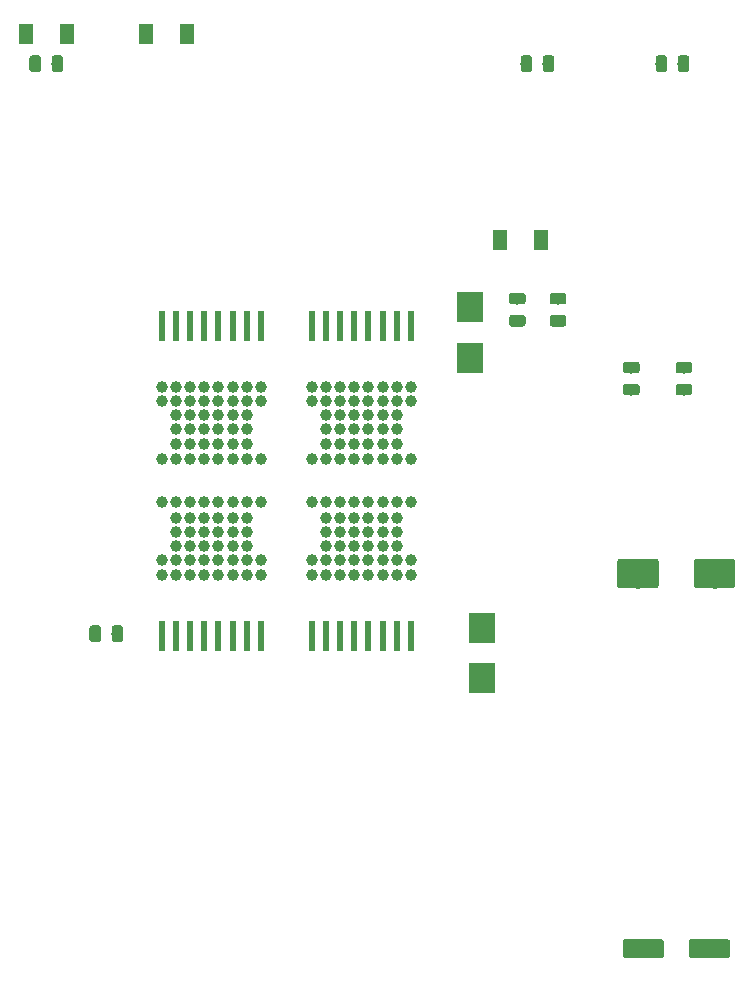
<source format=gbr>
G04 #@! TF.GenerationSoftware,KiCad,Pcbnew,(5.0.2)-1*
G04 #@! TF.CreationDate,2019-05-10T13:06:01+02:00*
G04 #@! TF.ProjectId,moc_main,6d6f635f-6d61-4696-9e2e-6b696361645f,rev?*
G04 #@! TF.SameCoordinates,Original*
G04 #@! TF.FileFunction,Paste,Bot*
G04 #@! TF.FilePolarity,Positive*
%FSLAX46Y46*%
G04 Gerber Fmt 4.6, Leading zero omitted, Abs format (unit mm)*
G04 Created by KiCad (PCBNEW (5.0.2)-1) date 10.05.2019 13:06:01*
%MOMM*%
%LPD*%
G01*
G04 APERTURE LIST*
%ADD10C,0.100000*%
%ADD11C,0.975000*%
%ADD12R,2.300000X2.500000*%
%ADD13C,1.600000*%
%ADD14C,2.500000*%
%ADD15R,1.300000X1.700000*%
%ADD16C,1.000000*%
%ADD17R,0.600000X2.600000*%
G04 APERTURE END LIST*
D10*
G04 #@! TO.C,R9*
G36*
X241409642Y-46845674D02*
X241433303Y-46849184D01*
X241456507Y-46854996D01*
X241479029Y-46863054D01*
X241500653Y-46873282D01*
X241521170Y-46885579D01*
X241540383Y-46899829D01*
X241558107Y-46915893D01*
X241574171Y-46933617D01*
X241588421Y-46952830D01*
X241600718Y-46973347D01*
X241610946Y-46994971D01*
X241619004Y-47017493D01*
X241624816Y-47040697D01*
X241628326Y-47064358D01*
X241629500Y-47088250D01*
X241629500Y-47575750D01*
X241628326Y-47599642D01*
X241624816Y-47623303D01*
X241619004Y-47646507D01*
X241610946Y-47669029D01*
X241600718Y-47690653D01*
X241588421Y-47711170D01*
X241574171Y-47730383D01*
X241558107Y-47748107D01*
X241540383Y-47764171D01*
X241521170Y-47778421D01*
X241500653Y-47790718D01*
X241479029Y-47800946D01*
X241456507Y-47809004D01*
X241433303Y-47814816D01*
X241409642Y-47818326D01*
X241385750Y-47819500D01*
X240473250Y-47819500D01*
X240449358Y-47818326D01*
X240425697Y-47814816D01*
X240402493Y-47809004D01*
X240379971Y-47800946D01*
X240358347Y-47790718D01*
X240337830Y-47778421D01*
X240318617Y-47764171D01*
X240300893Y-47748107D01*
X240284829Y-47730383D01*
X240270579Y-47711170D01*
X240258282Y-47690653D01*
X240248054Y-47669029D01*
X240239996Y-47646507D01*
X240234184Y-47623303D01*
X240230674Y-47599642D01*
X240229500Y-47575750D01*
X240229500Y-47088250D01*
X240230674Y-47064358D01*
X240234184Y-47040697D01*
X240239996Y-47017493D01*
X240248054Y-46994971D01*
X240258282Y-46973347D01*
X240270579Y-46952830D01*
X240284829Y-46933617D01*
X240300893Y-46915893D01*
X240318617Y-46899829D01*
X240337830Y-46885579D01*
X240358347Y-46873282D01*
X240379971Y-46863054D01*
X240402493Y-46854996D01*
X240425697Y-46849184D01*
X240449358Y-46845674D01*
X240473250Y-46844500D01*
X241385750Y-46844500D01*
X241409642Y-46845674D01*
X241409642Y-46845674D01*
G37*
D11*
X240929500Y-47332000D03*
D10*
G36*
X241409642Y-48720674D02*
X241433303Y-48724184D01*
X241456507Y-48729996D01*
X241479029Y-48738054D01*
X241500653Y-48748282D01*
X241521170Y-48760579D01*
X241540383Y-48774829D01*
X241558107Y-48790893D01*
X241574171Y-48808617D01*
X241588421Y-48827830D01*
X241600718Y-48848347D01*
X241610946Y-48869971D01*
X241619004Y-48892493D01*
X241624816Y-48915697D01*
X241628326Y-48939358D01*
X241629500Y-48963250D01*
X241629500Y-49450750D01*
X241628326Y-49474642D01*
X241624816Y-49498303D01*
X241619004Y-49521507D01*
X241610946Y-49544029D01*
X241600718Y-49565653D01*
X241588421Y-49586170D01*
X241574171Y-49605383D01*
X241558107Y-49623107D01*
X241540383Y-49639171D01*
X241521170Y-49653421D01*
X241500653Y-49665718D01*
X241479029Y-49675946D01*
X241456507Y-49684004D01*
X241433303Y-49689816D01*
X241409642Y-49693326D01*
X241385750Y-49694500D01*
X240473250Y-49694500D01*
X240449358Y-49693326D01*
X240425697Y-49689816D01*
X240402493Y-49684004D01*
X240379971Y-49675946D01*
X240358347Y-49665718D01*
X240337830Y-49653421D01*
X240318617Y-49639171D01*
X240300893Y-49623107D01*
X240284829Y-49605383D01*
X240270579Y-49586170D01*
X240258282Y-49565653D01*
X240248054Y-49544029D01*
X240239996Y-49521507D01*
X240234184Y-49498303D01*
X240230674Y-49474642D01*
X240229500Y-49450750D01*
X240229500Y-48963250D01*
X240230674Y-48939358D01*
X240234184Y-48915697D01*
X240239996Y-48892493D01*
X240248054Y-48869971D01*
X240258282Y-48848347D01*
X240270579Y-48827830D01*
X240284829Y-48808617D01*
X240300893Y-48790893D01*
X240318617Y-48774829D01*
X240337830Y-48760579D01*
X240358347Y-48748282D01*
X240379971Y-48738054D01*
X240402493Y-48729996D01*
X240425697Y-48724184D01*
X240449358Y-48720674D01*
X240473250Y-48719500D01*
X241385750Y-48719500D01*
X241409642Y-48720674D01*
X241409642Y-48720674D01*
G37*
D11*
X240929500Y-49207000D03*
G04 #@! TD*
D12*
G04 #@! TO.C,D17*
X233492000Y-48032000D03*
X233492000Y-52332000D03*
G04 #@! TD*
D10*
G04 #@! TO.C,C23*
G36*
X249676504Y-101563204D02*
X249700773Y-101566804D01*
X249724571Y-101572765D01*
X249747671Y-101581030D01*
X249769849Y-101591520D01*
X249790893Y-101604133D01*
X249810598Y-101618747D01*
X249828777Y-101635223D01*
X249845253Y-101653402D01*
X249859867Y-101673107D01*
X249872480Y-101694151D01*
X249882970Y-101716329D01*
X249891235Y-101739429D01*
X249897196Y-101763227D01*
X249900796Y-101787496D01*
X249902000Y-101812000D01*
X249902000Y-102912000D01*
X249900796Y-102936504D01*
X249897196Y-102960773D01*
X249891235Y-102984571D01*
X249882970Y-103007671D01*
X249872480Y-103029849D01*
X249859867Y-103050893D01*
X249845253Y-103070598D01*
X249828777Y-103088777D01*
X249810598Y-103105253D01*
X249790893Y-103119867D01*
X249769849Y-103132480D01*
X249747671Y-103142970D01*
X249724571Y-103151235D01*
X249700773Y-103157196D01*
X249676504Y-103160796D01*
X249652000Y-103162000D01*
X246652000Y-103162000D01*
X246627496Y-103160796D01*
X246603227Y-103157196D01*
X246579429Y-103151235D01*
X246556329Y-103142970D01*
X246534151Y-103132480D01*
X246513107Y-103119867D01*
X246493402Y-103105253D01*
X246475223Y-103088777D01*
X246458747Y-103070598D01*
X246444133Y-103050893D01*
X246431520Y-103029849D01*
X246421030Y-103007671D01*
X246412765Y-102984571D01*
X246406804Y-102960773D01*
X246403204Y-102936504D01*
X246402000Y-102912000D01*
X246402000Y-101812000D01*
X246403204Y-101787496D01*
X246406804Y-101763227D01*
X246412765Y-101739429D01*
X246421030Y-101716329D01*
X246431520Y-101694151D01*
X246444133Y-101673107D01*
X246458747Y-101653402D01*
X246475223Y-101635223D01*
X246493402Y-101618747D01*
X246513107Y-101604133D01*
X246534151Y-101591520D01*
X246556329Y-101581030D01*
X246579429Y-101572765D01*
X246603227Y-101566804D01*
X246627496Y-101563204D01*
X246652000Y-101562000D01*
X249652000Y-101562000D01*
X249676504Y-101563204D01*
X249676504Y-101563204D01*
G37*
D13*
X248152000Y-102362000D03*
D10*
G36*
X255276504Y-101563204D02*
X255300773Y-101566804D01*
X255324571Y-101572765D01*
X255347671Y-101581030D01*
X255369849Y-101591520D01*
X255390893Y-101604133D01*
X255410598Y-101618747D01*
X255428777Y-101635223D01*
X255445253Y-101653402D01*
X255459867Y-101673107D01*
X255472480Y-101694151D01*
X255482970Y-101716329D01*
X255491235Y-101739429D01*
X255497196Y-101763227D01*
X255500796Y-101787496D01*
X255502000Y-101812000D01*
X255502000Y-102912000D01*
X255500796Y-102936504D01*
X255497196Y-102960773D01*
X255491235Y-102984571D01*
X255482970Y-103007671D01*
X255472480Y-103029849D01*
X255459867Y-103050893D01*
X255445253Y-103070598D01*
X255428777Y-103088777D01*
X255410598Y-103105253D01*
X255390893Y-103119867D01*
X255369849Y-103132480D01*
X255347671Y-103142970D01*
X255324571Y-103151235D01*
X255300773Y-103157196D01*
X255276504Y-103160796D01*
X255252000Y-103162000D01*
X252252000Y-103162000D01*
X252227496Y-103160796D01*
X252203227Y-103157196D01*
X252179429Y-103151235D01*
X252156329Y-103142970D01*
X252134151Y-103132480D01*
X252113107Y-103119867D01*
X252093402Y-103105253D01*
X252075223Y-103088777D01*
X252058747Y-103070598D01*
X252044133Y-103050893D01*
X252031520Y-103029849D01*
X252021030Y-103007671D01*
X252012765Y-102984571D01*
X252006804Y-102960773D01*
X252003204Y-102936504D01*
X252002000Y-102912000D01*
X252002000Y-101812000D01*
X252003204Y-101787496D01*
X252006804Y-101763227D01*
X252012765Y-101739429D01*
X252021030Y-101716329D01*
X252031520Y-101694151D01*
X252044133Y-101673107D01*
X252058747Y-101653402D01*
X252075223Y-101635223D01*
X252093402Y-101618747D01*
X252113107Y-101604133D01*
X252134151Y-101591520D01*
X252156329Y-101581030D01*
X252179429Y-101572765D01*
X252203227Y-101566804D01*
X252227496Y-101563204D01*
X252252000Y-101562000D01*
X255252000Y-101562000D01*
X255276504Y-101563204D01*
X255276504Y-101563204D01*
G37*
D13*
X253752000Y-102362000D03*
G04 #@! TD*
D10*
G04 #@! TO.C,C24*
G36*
X247622142Y-54553174D02*
X247645803Y-54556684D01*
X247669007Y-54562496D01*
X247691529Y-54570554D01*
X247713153Y-54580782D01*
X247733670Y-54593079D01*
X247752883Y-54607329D01*
X247770607Y-54623393D01*
X247786671Y-54641117D01*
X247800921Y-54660330D01*
X247813218Y-54680847D01*
X247823446Y-54702471D01*
X247831504Y-54724993D01*
X247837316Y-54748197D01*
X247840826Y-54771858D01*
X247842000Y-54795750D01*
X247842000Y-55283250D01*
X247840826Y-55307142D01*
X247837316Y-55330803D01*
X247831504Y-55354007D01*
X247823446Y-55376529D01*
X247813218Y-55398153D01*
X247800921Y-55418670D01*
X247786671Y-55437883D01*
X247770607Y-55455607D01*
X247752883Y-55471671D01*
X247733670Y-55485921D01*
X247713153Y-55498218D01*
X247691529Y-55508446D01*
X247669007Y-55516504D01*
X247645803Y-55522316D01*
X247622142Y-55525826D01*
X247598250Y-55527000D01*
X246685750Y-55527000D01*
X246661858Y-55525826D01*
X246638197Y-55522316D01*
X246614993Y-55516504D01*
X246592471Y-55508446D01*
X246570847Y-55498218D01*
X246550330Y-55485921D01*
X246531117Y-55471671D01*
X246513393Y-55455607D01*
X246497329Y-55437883D01*
X246483079Y-55418670D01*
X246470782Y-55398153D01*
X246460554Y-55376529D01*
X246452496Y-55354007D01*
X246446684Y-55330803D01*
X246443174Y-55307142D01*
X246442000Y-55283250D01*
X246442000Y-54795750D01*
X246443174Y-54771858D01*
X246446684Y-54748197D01*
X246452496Y-54724993D01*
X246460554Y-54702471D01*
X246470782Y-54680847D01*
X246483079Y-54660330D01*
X246497329Y-54641117D01*
X246513393Y-54623393D01*
X246531117Y-54607329D01*
X246550330Y-54593079D01*
X246570847Y-54580782D01*
X246592471Y-54570554D01*
X246614993Y-54562496D01*
X246638197Y-54556684D01*
X246661858Y-54553174D01*
X246685750Y-54552000D01*
X247598250Y-54552000D01*
X247622142Y-54553174D01*
X247622142Y-54553174D01*
G37*
D11*
X247142000Y-55039500D03*
D10*
G36*
X247622142Y-52678174D02*
X247645803Y-52681684D01*
X247669007Y-52687496D01*
X247691529Y-52695554D01*
X247713153Y-52705782D01*
X247733670Y-52718079D01*
X247752883Y-52732329D01*
X247770607Y-52748393D01*
X247786671Y-52766117D01*
X247800921Y-52785330D01*
X247813218Y-52805847D01*
X247823446Y-52827471D01*
X247831504Y-52849993D01*
X247837316Y-52873197D01*
X247840826Y-52896858D01*
X247842000Y-52920750D01*
X247842000Y-53408250D01*
X247840826Y-53432142D01*
X247837316Y-53455803D01*
X247831504Y-53479007D01*
X247823446Y-53501529D01*
X247813218Y-53523153D01*
X247800921Y-53543670D01*
X247786671Y-53562883D01*
X247770607Y-53580607D01*
X247752883Y-53596671D01*
X247733670Y-53610921D01*
X247713153Y-53623218D01*
X247691529Y-53633446D01*
X247669007Y-53641504D01*
X247645803Y-53647316D01*
X247622142Y-53650826D01*
X247598250Y-53652000D01*
X246685750Y-53652000D01*
X246661858Y-53650826D01*
X246638197Y-53647316D01*
X246614993Y-53641504D01*
X246592471Y-53633446D01*
X246570847Y-53623218D01*
X246550330Y-53610921D01*
X246531117Y-53596671D01*
X246513393Y-53580607D01*
X246497329Y-53562883D01*
X246483079Y-53543670D01*
X246470782Y-53523153D01*
X246460554Y-53501529D01*
X246452496Y-53479007D01*
X246446684Y-53455803D01*
X246443174Y-53432142D01*
X246442000Y-53408250D01*
X246442000Y-52920750D01*
X246443174Y-52896858D01*
X246446684Y-52873197D01*
X246452496Y-52849993D01*
X246460554Y-52827471D01*
X246470782Y-52805847D01*
X246483079Y-52785330D01*
X246497329Y-52766117D01*
X246513393Y-52748393D01*
X246531117Y-52732329D01*
X246550330Y-52718079D01*
X246570847Y-52705782D01*
X246592471Y-52695554D01*
X246614993Y-52687496D01*
X246638197Y-52681684D01*
X246661858Y-52678174D01*
X246685750Y-52677000D01*
X247598250Y-52677000D01*
X247622142Y-52678174D01*
X247622142Y-52678174D01*
G37*
D11*
X247142000Y-53164500D03*
G04 #@! TD*
D10*
G04 #@! TO.C,C25*
G36*
X252067142Y-52678174D02*
X252090803Y-52681684D01*
X252114007Y-52687496D01*
X252136529Y-52695554D01*
X252158153Y-52705782D01*
X252178670Y-52718079D01*
X252197883Y-52732329D01*
X252215607Y-52748393D01*
X252231671Y-52766117D01*
X252245921Y-52785330D01*
X252258218Y-52805847D01*
X252268446Y-52827471D01*
X252276504Y-52849993D01*
X252282316Y-52873197D01*
X252285826Y-52896858D01*
X252287000Y-52920750D01*
X252287000Y-53408250D01*
X252285826Y-53432142D01*
X252282316Y-53455803D01*
X252276504Y-53479007D01*
X252268446Y-53501529D01*
X252258218Y-53523153D01*
X252245921Y-53543670D01*
X252231671Y-53562883D01*
X252215607Y-53580607D01*
X252197883Y-53596671D01*
X252178670Y-53610921D01*
X252158153Y-53623218D01*
X252136529Y-53633446D01*
X252114007Y-53641504D01*
X252090803Y-53647316D01*
X252067142Y-53650826D01*
X252043250Y-53652000D01*
X251130750Y-53652000D01*
X251106858Y-53650826D01*
X251083197Y-53647316D01*
X251059993Y-53641504D01*
X251037471Y-53633446D01*
X251015847Y-53623218D01*
X250995330Y-53610921D01*
X250976117Y-53596671D01*
X250958393Y-53580607D01*
X250942329Y-53562883D01*
X250928079Y-53543670D01*
X250915782Y-53523153D01*
X250905554Y-53501529D01*
X250897496Y-53479007D01*
X250891684Y-53455803D01*
X250888174Y-53432142D01*
X250887000Y-53408250D01*
X250887000Y-52920750D01*
X250888174Y-52896858D01*
X250891684Y-52873197D01*
X250897496Y-52849993D01*
X250905554Y-52827471D01*
X250915782Y-52805847D01*
X250928079Y-52785330D01*
X250942329Y-52766117D01*
X250958393Y-52748393D01*
X250976117Y-52732329D01*
X250995330Y-52718079D01*
X251015847Y-52705782D01*
X251037471Y-52695554D01*
X251059993Y-52687496D01*
X251083197Y-52681684D01*
X251106858Y-52678174D01*
X251130750Y-52677000D01*
X252043250Y-52677000D01*
X252067142Y-52678174D01*
X252067142Y-52678174D01*
G37*
D11*
X251587000Y-53164500D03*
D10*
G36*
X252067142Y-54553174D02*
X252090803Y-54556684D01*
X252114007Y-54562496D01*
X252136529Y-54570554D01*
X252158153Y-54580782D01*
X252178670Y-54593079D01*
X252197883Y-54607329D01*
X252215607Y-54623393D01*
X252231671Y-54641117D01*
X252245921Y-54660330D01*
X252258218Y-54680847D01*
X252268446Y-54702471D01*
X252276504Y-54724993D01*
X252282316Y-54748197D01*
X252285826Y-54771858D01*
X252287000Y-54795750D01*
X252287000Y-55283250D01*
X252285826Y-55307142D01*
X252282316Y-55330803D01*
X252276504Y-55354007D01*
X252268446Y-55376529D01*
X252258218Y-55398153D01*
X252245921Y-55418670D01*
X252231671Y-55437883D01*
X252215607Y-55455607D01*
X252197883Y-55471671D01*
X252178670Y-55485921D01*
X252158153Y-55498218D01*
X252136529Y-55508446D01*
X252114007Y-55516504D01*
X252090803Y-55522316D01*
X252067142Y-55525826D01*
X252043250Y-55527000D01*
X251130750Y-55527000D01*
X251106858Y-55525826D01*
X251083197Y-55522316D01*
X251059993Y-55516504D01*
X251037471Y-55508446D01*
X251015847Y-55498218D01*
X250995330Y-55485921D01*
X250976117Y-55471671D01*
X250958393Y-55455607D01*
X250942329Y-55437883D01*
X250928079Y-55418670D01*
X250915782Y-55398153D01*
X250905554Y-55376529D01*
X250897496Y-55354007D01*
X250891684Y-55330803D01*
X250888174Y-55307142D01*
X250887000Y-55283250D01*
X250887000Y-54795750D01*
X250888174Y-54771858D01*
X250891684Y-54748197D01*
X250897496Y-54724993D01*
X250905554Y-54702471D01*
X250915782Y-54680847D01*
X250928079Y-54660330D01*
X250942329Y-54641117D01*
X250958393Y-54623393D01*
X250976117Y-54607329D01*
X250995330Y-54593079D01*
X251015847Y-54580782D01*
X251037471Y-54570554D01*
X251059993Y-54562496D01*
X251083197Y-54556684D01*
X251106858Y-54553174D01*
X251130750Y-54552000D01*
X252043250Y-54552000D01*
X252067142Y-54553174D01*
X252067142Y-54553174D01*
G37*
D11*
X251587000Y-55039500D03*
G04 #@! TD*
D10*
G04 #@! TO.C,C26*
G36*
X255726504Y-69363204D02*
X255750773Y-69366804D01*
X255774571Y-69372765D01*
X255797671Y-69381030D01*
X255819849Y-69391520D01*
X255840893Y-69404133D01*
X255860598Y-69418747D01*
X255878777Y-69435223D01*
X255895253Y-69453402D01*
X255909867Y-69473107D01*
X255922480Y-69494151D01*
X255932970Y-69516329D01*
X255941235Y-69539429D01*
X255947196Y-69563227D01*
X255950796Y-69587496D01*
X255952000Y-69612000D01*
X255952000Y-71612000D01*
X255950796Y-71636504D01*
X255947196Y-71660773D01*
X255941235Y-71684571D01*
X255932970Y-71707671D01*
X255922480Y-71729849D01*
X255909867Y-71750893D01*
X255895253Y-71770598D01*
X255878777Y-71788777D01*
X255860598Y-71805253D01*
X255840893Y-71819867D01*
X255819849Y-71832480D01*
X255797671Y-71842970D01*
X255774571Y-71851235D01*
X255750773Y-71857196D01*
X255726504Y-71860796D01*
X255702000Y-71862000D01*
X252702000Y-71862000D01*
X252677496Y-71860796D01*
X252653227Y-71857196D01*
X252629429Y-71851235D01*
X252606329Y-71842970D01*
X252584151Y-71832480D01*
X252563107Y-71819867D01*
X252543402Y-71805253D01*
X252525223Y-71788777D01*
X252508747Y-71770598D01*
X252494133Y-71750893D01*
X252481520Y-71729849D01*
X252471030Y-71707671D01*
X252462765Y-71684571D01*
X252456804Y-71660773D01*
X252453204Y-71636504D01*
X252452000Y-71612000D01*
X252452000Y-69612000D01*
X252453204Y-69587496D01*
X252456804Y-69563227D01*
X252462765Y-69539429D01*
X252471030Y-69516329D01*
X252481520Y-69494151D01*
X252494133Y-69473107D01*
X252508747Y-69453402D01*
X252525223Y-69435223D01*
X252543402Y-69418747D01*
X252563107Y-69404133D01*
X252584151Y-69391520D01*
X252606329Y-69381030D01*
X252629429Y-69372765D01*
X252653227Y-69366804D01*
X252677496Y-69363204D01*
X252702000Y-69362000D01*
X255702000Y-69362000D01*
X255726504Y-69363204D01*
X255726504Y-69363204D01*
G37*
D14*
X254202000Y-70612000D03*
D10*
G36*
X249226504Y-69363204D02*
X249250773Y-69366804D01*
X249274571Y-69372765D01*
X249297671Y-69381030D01*
X249319849Y-69391520D01*
X249340893Y-69404133D01*
X249360598Y-69418747D01*
X249378777Y-69435223D01*
X249395253Y-69453402D01*
X249409867Y-69473107D01*
X249422480Y-69494151D01*
X249432970Y-69516329D01*
X249441235Y-69539429D01*
X249447196Y-69563227D01*
X249450796Y-69587496D01*
X249452000Y-69612000D01*
X249452000Y-71612000D01*
X249450796Y-71636504D01*
X249447196Y-71660773D01*
X249441235Y-71684571D01*
X249432970Y-71707671D01*
X249422480Y-71729849D01*
X249409867Y-71750893D01*
X249395253Y-71770598D01*
X249378777Y-71788777D01*
X249360598Y-71805253D01*
X249340893Y-71819867D01*
X249319849Y-71832480D01*
X249297671Y-71842970D01*
X249274571Y-71851235D01*
X249250773Y-71857196D01*
X249226504Y-71860796D01*
X249202000Y-71862000D01*
X246202000Y-71862000D01*
X246177496Y-71860796D01*
X246153227Y-71857196D01*
X246129429Y-71851235D01*
X246106329Y-71842970D01*
X246084151Y-71832480D01*
X246063107Y-71819867D01*
X246043402Y-71805253D01*
X246025223Y-71788777D01*
X246008747Y-71770598D01*
X245994133Y-71750893D01*
X245981520Y-71729849D01*
X245971030Y-71707671D01*
X245962765Y-71684571D01*
X245956804Y-71660773D01*
X245953204Y-71636504D01*
X245952000Y-71612000D01*
X245952000Y-69612000D01*
X245953204Y-69587496D01*
X245956804Y-69563227D01*
X245962765Y-69539429D01*
X245971030Y-69516329D01*
X245981520Y-69494151D01*
X245994133Y-69473107D01*
X246008747Y-69453402D01*
X246025223Y-69435223D01*
X246043402Y-69418747D01*
X246063107Y-69404133D01*
X246084151Y-69391520D01*
X246106329Y-69381030D01*
X246129429Y-69372765D01*
X246153227Y-69366804D01*
X246177496Y-69363204D01*
X246202000Y-69362000D01*
X249202000Y-69362000D01*
X249226504Y-69363204D01*
X249226504Y-69363204D01*
G37*
D14*
X247702000Y-70612000D03*
G04 #@! TD*
D15*
G04 #@! TO.C,D9*
X239492000Y-42332000D03*
X235992000Y-42332000D03*
G04 #@! TD*
G04 #@! TO.C,D12*
X195862000Y-24892000D03*
X199362000Y-24892000D03*
G04 #@! TD*
G04 #@! TO.C,D13*
X206022000Y-24892000D03*
X209522000Y-24892000D03*
G04 #@! TD*
D16*
G04 #@! TO.C,Q6*
X228482000Y-60902000D03*
X227282000Y-60902000D03*
X226082000Y-60902000D03*
X224882000Y-60902000D03*
X223682000Y-60902000D03*
X222482000Y-60902000D03*
X221282000Y-60902000D03*
X220082000Y-60902000D03*
X227282000Y-59602000D03*
X226082000Y-59602000D03*
X224882000Y-59602000D03*
X223682000Y-59602000D03*
X222482000Y-59602000D03*
X221282000Y-59602000D03*
X221282000Y-58402000D03*
X222482000Y-58402000D03*
X223682000Y-58402000D03*
X226082000Y-58402000D03*
X224882000Y-58402000D03*
X227282000Y-58402000D03*
X227282000Y-57202000D03*
X226082000Y-57202000D03*
X224882000Y-57202000D03*
X223682000Y-57202000D03*
X222482000Y-57202000D03*
X221282000Y-57202000D03*
X220082000Y-56002000D03*
X221282000Y-56002000D03*
X222482000Y-56002000D03*
X223682000Y-56002000D03*
X226082000Y-56002000D03*
X224882000Y-56002000D03*
X227282000Y-56002000D03*
X228482000Y-56002000D03*
X228482000Y-54802000D03*
X227282000Y-54802000D03*
X226082000Y-54802000D03*
X224882000Y-54802000D03*
X223682000Y-54802000D03*
X222482000Y-54802000D03*
X221282000Y-54802000D03*
X220082000Y-54802000D03*
D17*
X220082000Y-49632000D03*
X221282000Y-49632000D03*
X222482000Y-49632000D03*
X228482000Y-49632000D03*
X227282000Y-49632000D03*
X226082000Y-49632000D03*
X224882000Y-49632000D03*
X223682000Y-49632000D03*
G04 #@! TD*
G04 #@! TO.C,Q7*
X212182000Y-75862000D03*
X210982000Y-75862000D03*
X209782000Y-75862000D03*
X208582000Y-75862000D03*
X207382000Y-75862000D03*
X213382000Y-75862000D03*
X214582000Y-75862000D03*
X215782000Y-75862000D03*
D16*
X215782000Y-70692000D03*
X214582000Y-70692000D03*
X213382000Y-70692000D03*
X212182000Y-70692000D03*
X210982000Y-70692000D03*
X209782000Y-70692000D03*
X208582000Y-70692000D03*
X207382000Y-70692000D03*
X207382000Y-69492000D03*
X208582000Y-69492000D03*
X210982000Y-69492000D03*
X209782000Y-69492000D03*
X212182000Y-69492000D03*
X213382000Y-69492000D03*
X214582000Y-69492000D03*
X215782000Y-69492000D03*
X214582000Y-68292000D03*
X213382000Y-68292000D03*
X212182000Y-68292000D03*
X210982000Y-68292000D03*
X209782000Y-68292000D03*
X208582000Y-68292000D03*
X208582000Y-67092000D03*
X210982000Y-67092000D03*
X209782000Y-67092000D03*
X212182000Y-67092000D03*
X213382000Y-67092000D03*
X214582000Y-67092000D03*
X214582000Y-65892000D03*
X213382000Y-65892000D03*
X212182000Y-65892000D03*
X210982000Y-65892000D03*
X209782000Y-65892000D03*
X208582000Y-65892000D03*
X215782000Y-64592000D03*
X214582000Y-64592000D03*
X213382000Y-64592000D03*
X212182000Y-64592000D03*
X210982000Y-64592000D03*
X209782000Y-64592000D03*
X208582000Y-64592000D03*
X207382000Y-64592000D03*
G04 #@! TD*
D17*
G04 #@! TO.C,Q8*
X210982000Y-49632000D03*
X212182000Y-49632000D03*
X213382000Y-49632000D03*
X214582000Y-49632000D03*
X215782000Y-49632000D03*
X209782000Y-49632000D03*
X208582000Y-49632000D03*
X207382000Y-49632000D03*
D16*
X207382000Y-54802000D03*
X208582000Y-54802000D03*
X209782000Y-54802000D03*
X210982000Y-54802000D03*
X212182000Y-54802000D03*
X213382000Y-54802000D03*
X214582000Y-54802000D03*
X215782000Y-54802000D03*
X215782000Y-56002000D03*
X214582000Y-56002000D03*
X212182000Y-56002000D03*
X213382000Y-56002000D03*
X210982000Y-56002000D03*
X209782000Y-56002000D03*
X208582000Y-56002000D03*
X207382000Y-56002000D03*
X208582000Y-57202000D03*
X209782000Y-57202000D03*
X210982000Y-57202000D03*
X212182000Y-57202000D03*
X213382000Y-57202000D03*
X214582000Y-57202000D03*
X214582000Y-58402000D03*
X212182000Y-58402000D03*
X213382000Y-58402000D03*
X210982000Y-58402000D03*
X209782000Y-58402000D03*
X208582000Y-58402000D03*
X208582000Y-59602000D03*
X209782000Y-59602000D03*
X210982000Y-59602000D03*
X212182000Y-59602000D03*
X213382000Y-59602000D03*
X214582000Y-59602000D03*
X207382000Y-60902000D03*
X208582000Y-60902000D03*
X209782000Y-60902000D03*
X210982000Y-60902000D03*
X212182000Y-60902000D03*
X213382000Y-60902000D03*
X214582000Y-60902000D03*
X215782000Y-60902000D03*
G04 #@! TD*
D17*
G04 #@! TO.C,Q9*
X224882000Y-75862000D03*
X223682000Y-75862000D03*
X222482000Y-75862000D03*
X221282000Y-75862000D03*
X220082000Y-75862000D03*
X226082000Y-75862000D03*
X227282000Y-75862000D03*
X228482000Y-75862000D03*
D16*
X228482000Y-70692000D03*
X227282000Y-70692000D03*
X226082000Y-70692000D03*
X224882000Y-70692000D03*
X223682000Y-70692000D03*
X222482000Y-70692000D03*
X221282000Y-70692000D03*
X220082000Y-70692000D03*
X220082000Y-69492000D03*
X221282000Y-69492000D03*
X223682000Y-69492000D03*
X222482000Y-69492000D03*
X224882000Y-69492000D03*
X226082000Y-69492000D03*
X227282000Y-69492000D03*
X228482000Y-69492000D03*
X227282000Y-68292000D03*
X226082000Y-68292000D03*
X224882000Y-68292000D03*
X223682000Y-68292000D03*
X222482000Y-68292000D03*
X221282000Y-68292000D03*
X221282000Y-67092000D03*
X223682000Y-67092000D03*
X222482000Y-67092000D03*
X224882000Y-67092000D03*
X226082000Y-67092000D03*
X227282000Y-67092000D03*
X227282000Y-65892000D03*
X226082000Y-65892000D03*
X224882000Y-65892000D03*
X223682000Y-65892000D03*
X222482000Y-65892000D03*
X221282000Y-65892000D03*
X228482000Y-64592000D03*
X227282000Y-64592000D03*
X226082000Y-64592000D03*
X224882000Y-64592000D03*
X223682000Y-64592000D03*
X222482000Y-64592000D03*
X221282000Y-64592000D03*
X220082000Y-64592000D03*
G04 #@! TD*
D10*
G04 #@! TO.C,R8*
G36*
X198817142Y-26733174D02*
X198840803Y-26736684D01*
X198864007Y-26742496D01*
X198886529Y-26750554D01*
X198908153Y-26760782D01*
X198928670Y-26773079D01*
X198947883Y-26787329D01*
X198965607Y-26803393D01*
X198981671Y-26821117D01*
X198995921Y-26840330D01*
X199008218Y-26860847D01*
X199018446Y-26882471D01*
X199026504Y-26904993D01*
X199032316Y-26928197D01*
X199035826Y-26951858D01*
X199037000Y-26975750D01*
X199037000Y-27888250D01*
X199035826Y-27912142D01*
X199032316Y-27935803D01*
X199026504Y-27959007D01*
X199018446Y-27981529D01*
X199008218Y-28003153D01*
X198995921Y-28023670D01*
X198981671Y-28042883D01*
X198965607Y-28060607D01*
X198947883Y-28076671D01*
X198928670Y-28090921D01*
X198908153Y-28103218D01*
X198886529Y-28113446D01*
X198864007Y-28121504D01*
X198840803Y-28127316D01*
X198817142Y-28130826D01*
X198793250Y-28132000D01*
X198305750Y-28132000D01*
X198281858Y-28130826D01*
X198258197Y-28127316D01*
X198234993Y-28121504D01*
X198212471Y-28113446D01*
X198190847Y-28103218D01*
X198170330Y-28090921D01*
X198151117Y-28076671D01*
X198133393Y-28060607D01*
X198117329Y-28042883D01*
X198103079Y-28023670D01*
X198090782Y-28003153D01*
X198080554Y-27981529D01*
X198072496Y-27959007D01*
X198066684Y-27935803D01*
X198063174Y-27912142D01*
X198062000Y-27888250D01*
X198062000Y-26975750D01*
X198063174Y-26951858D01*
X198066684Y-26928197D01*
X198072496Y-26904993D01*
X198080554Y-26882471D01*
X198090782Y-26860847D01*
X198103079Y-26840330D01*
X198117329Y-26821117D01*
X198133393Y-26803393D01*
X198151117Y-26787329D01*
X198170330Y-26773079D01*
X198190847Y-26760782D01*
X198212471Y-26750554D01*
X198234993Y-26742496D01*
X198258197Y-26736684D01*
X198281858Y-26733174D01*
X198305750Y-26732000D01*
X198793250Y-26732000D01*
X198817142Y-26733174D01*
X198817142Y-26733174D01*
G37*
D11*
X198549500Y-27432000D03*
D10*
G36*
X196942142Y-26733174D02*
X196965803Y-26736684D01*
X196989007Y-26742496D01*
X197011529Y-26750554D01*
X197033153Y-26760782D01*
X197053670Y-26773079D01*
X197072883Y-26787329D01*
X197090607Y-26803393D01*
X197106671Y-26821117D01*
X197120921Y-26840330D01*
X197133218Y-26860847D01*
X197143446Y-26882471D01*
X197151504Y-26904993D01*
X197157316Y-26928197D01*
X197160826Y-26951858D01*
X197162000Y-26975750D01*
X197162000Y-27888250D01*
X197160826Y-27912142D01*
X197157316Y-27935803D01*
X197151504Y-27959007D01*
X197143446Y-27981529D01*
X197133218Y-28003153D01*
X197120921Y-28023670D01*
X197106671Y-28042883D01*
X197090607Y-28060607D01*
X197072883Y-28076671D01*
X197053670Y-28090921D01*
X197033153Y-28103218D01*
X197011529Y-28113446D01*
X196989007Y-28121504D01*
X196965803Y-28127316D01*
X196942142Y-28130826D01*
X196918250Y-28132000D01*
X196430750Y-28132000D01*
X196406858Y-28130826D01*
X196383197Y-28127316D01*
X196359993Y-28121504D01*
X196337471Y-28113446D01*
X196315847Y-28103218D01*
X196295330Y-28090921D01*
X196276117Y-28076671D01*
X196258393Y-28060607D01*
X196242329Y-28042883D01*
X196228079Y-28023670D01*
X196215782Y-28003153D01*
X196205554Y-27981529D01*
X196197496Y-27959007D01*
X196191684Y-27935803D01*
X196188174Y-27912142D01*
X196187000Y-27888250D01*
X196187000Y-26975750D01*
X196188174Y-26951858D01*
X196191684Y-26928197D01*
X196197496Y-26904993D01*
X196205554Y-26882471D01*
X196215782Y-26860847D01*
X196228079Y-26840330D01*
X196242329Y-26821117D01*
X196258393Y-26803393D01*
X196276117Y-26787329D01*
X196295330Y-26773079D01*
X196315847Y-26760782D01*
X196337471Y-26750554D01*
X196359993Y-26742496D01*
X196383197Y-26736684D01*
X196406858Y-26733174D01*
X196430750Y-26732000D01*
X196918250Y-26732000D01*
X196942142Y-26733174D01*
X196942142Y-26733174D01*
G37*
D11*
X196674500Y-27432000D03*
G04 #@! TD*
D10*
G04 #@! TO.C,R10*
G36*
X237972142Y-48720674D02*
X237995803Y-48724184D01*
X238019007Y-48729996D01*
X238041529Y-48738054D01*
X238063153Y-48748282D01*
X238083670Y-48760579D01*
X238102883Y-48774829D01*
X238120607Y-48790893D01*
X238136671Y-48808617D01*
X238150921Y-48827830D01*
X238163218Y-48848347D01*
X238173446Y-48869971D01*
X238181504Y-48892493D01*
X238187316Y-48915697D01*
X238190826Y-48939358D01*
X238192000Y-48963250D01*
X238192000Y-49450750D01*
X238190826Y-49474642D01*
X238187316Y-49498303D01*
X238181504Y-49521507D01*
X238173446Y-49544029D01*
X238163218Y-49565653D01*
X238150921Y-49586170D01*
X238136671Y-49605383D01*
X238120607Y-49623107D01*
X238102883Y-49639171D01*
X238083670Y-49653421D01*
X238063153Y-49665718D01*
X238041529Y-49675946D01*
X238019007Y-49684004D01*
X237995803Y-49689816D01*
X237972142Y-49693326D01*
X237948250Y-49694500D01*
X237035750Y-49694500D01*
X237011858Y-49693326D01*
X236988197Y-49689816D01*
X236964993Y-49684004D01*
X236942471Y-49675946D01*
X236920847Y-49665718D01*
X236900330Y-49653421D01*
X236881117Y-49639171D01*
X236863393Y-49623107D01*
X236847329Y-49605383D01*
X236833079Y-49586170D01*
X236820782Y-49565653D01*
X236810554Y-49544029D01*
X236802496Y-49521507D01*
X236796684Y-49498303D01*
X236793174Y-49474642D01*
X236792000Y-49450750D01*
X236792000Y-48963250D01*
X236793174Y-48939358D01*
X236796684Y-48915697D01*
X236802496Y-48892493D01*
X236810554Y-48869971D01*
X236820782Y-48848347D01*
X236833079Y-48827830D01*
X236847329Y-48808617D01*
X236863393Y-48790893D01*
X236881117Y-48774829D01*
X236900330Y-48760579D01*
X236920847Y-48748282D01*
X236942471Y-48738054D01*
X236964993Y-48729996D01*
X236988197Y-48724184D01*
X237011858Y-48720674D01*
X237035750Y-48719500D01*
X237948250Y-48719500D01*
X237972142Y-48720674D01*
X237972142Y-48720674D01*
G37*
D11*
X237492000Y-49207000D03*
D10*
G36*
X237972142Y-46845674D02*
X237995803Y-46849184D01*
X238019007Y-46854996D01*
X238041529Y-46863054D01*
X238063153Y-46873282D01*
X238083670Y-46885579D01*
X238102883Y-46899829D01*
X238120607Y-46915893D01*
X238136671Y-46933617D01*
X238150921Y-46952830D01*
X238163218Y-46973347D01*
X238173446Y-46994971D01*
X238181504Y-47017493D01*
X238187316Y-47040697D01*
X238190826Y-47064358D01*
X238192000Y-47088250D01*
X238192000Y-47575750D01*
X238190826Y-47599642D01*
X238187316Y-47623303D01*
X238181504Y-47646507D01*
X238173446Y-47669029D01*
X238163218Y-47690653D01*
X238150921Y-47711170D01*
X238136671Y-47730383D01*
X238120607Y-47748107D01*
X238102883Y-47764171D01*
X238083670Y-47778421D01*
X238063153Y-47790718D01*
X238041529Y-47800946D01*
X238019007Y-47809004D01*
X237995803Y-47814816D01*
X237972142Y-47818326D01*
X237948250Y-47819500D01*
X237035750Y-47819500D01*
X237011858Y-47818326D01*
X236988197Y-47814816D01*
X236964993Y-47809004D01*
X236942471Y-47800946D01*
X236920847Y-47790718D01*
X236900330Y-47778421D01*
X236881117Y-47764171D01*
X236863393Y-47748107D01*
X236847329Y-47730383D01*
X236833079Y-47711170D01*
X236820782Y-47690653D01*
X236810554Y-47669029D01*
X236802496Y-47646507D01*
X236796684Y-47623303D01*
X236793174Y-47599642D01*
X236792000Y-47575750D01*
X236792000Y-47088250D01*
X236793174Y-47064358D01*
X236796684Y-47040697D01*
X236802496Y-47017493D01*
X236810554Y-46994971D01*
X236820782Y-46973347D01*
X236833079Y-46952830D01*
X236847329Y-46933617D01*
X236863393Y-46915893D01*
X236881117Y-46899829D01*
X236900330Y-46885579D01*
X236920847Y-46873282D01*
X236942471Y-46863054D01*
X236964993Y-46854996D01*
X236988197Y-46849184D01*
X237011858Y-46845674D01*
X237035750Y-46844500D01*
X237948250Y-46844500D01*
X237972142Y-46845674D01*
X237972142Y-46845674D01*
G37*
D11*
X237492000Y-47332000D03*
G04 #@! TD*
D10*
G04 #@! TO.C,R15*
G36*
X238519642Y-26733174D02*
X238543303Y-26736684D01*
X238566507Y-26742496D01*
X238589029Y-26750554D01*
X238610653Y-26760782D01*
X238631170Y-26773079D01*
X238650383Y-26787329D01*
X238668107Y-26803393D01*
X238684171Y-26821117D01*
X238698421Y-26840330D01*
X238710718Y-26860847D01*
X238720946Y-26882471D01*
X238729004Y-26904993D01*
X238734816Y-26928197D01*
X238738326Y-26951858D01*
X238739500Y-26975750D01*
X238739500Y-27888250D01*
X238738326Y-27912142D01*
X238734816Y-27935803D01*
X238729004Y-27959007D01*
X238720946Y-27981529D01*
X238710718Y-28003153D01*
X238698421Y-28023670D01*
X238684171Y-28042883D01*
X238668107Y-28060607D01*
X238650383Y-28076671D01*
X238631170Y-28090921D01*
X238610653Y-28103218D01*
X238589029Y-28113446D01*
X238566507Y-28121504D01*
X238543303Y-28127316D01*
X238519642Y-28130826D01*
X238495750Y-28132000D01*
X238008250Y-28132000D01*
X237984358Y-28130826D01*
X237960697Y-28127316D01*
X237937493Y-28121504D01*
X237914971Y-28113446D01*
X237893347Y-28103218D01*
X237872830Y-28090921D01*
X237853617Y-28076671D01*
X237835893Y-28060607D01*
X237819829Y-28042883D01*
X237805579Y-28023670D01*
X237793282Y-28003153D01*
X237783054Y-27981529D01*
X237774996Y-27959007D01*
X237769184Y-27935803D01*
X237765674Y-27912142D01*
X237764500Y-27888250D01*
X237764500Y-26975750D01*
X237765674Y-26951858D01*
X237769184Y-26928197D01*
X237774996Y-26904993D01*
X237783054Y-26882471D01*
X237793282Y-26860847D01*
X237805579Y-26840330D01*
X237819829Y-26821117D01*
X237835893Y-26803393D01*
X237853617Y-26787329D01*
X237872830Y-26773079D01*
X237893347Y-26760782D01*
X237914971Y-26750554D01*
X237937493Y-26742496D01*
X237960697Y-26736684D01*
X237984358Y-26733174D01*
X238008250Y-26732000D01*
X238495750Y-26732000D01*
X238519642Y-26733174D01*
X238519642Y-26733174D01*
G37*
D11*
X238252000Y-27432000D03*
D10*
G36*
X240394642Y-26733174D02*
X240418303Y-26736684D01*
X240441507Y-26742496D01*
X240464029Y-26750554D01*
X240485653Y-26760782D01*
X240506170Y-26773079D01*
X240525383Y-26787329D01*
X240543107Y-26803393D01*
X240559171Y-26821117D01*
X240573421Y-26840330D01*
X240585718Y-26860847D01*
X240595946Y-26882471D01*
X240604004Y-26904993D01*
X240609816Y-26928197D01*
X240613326Y-26951858D01*
X240614500Y-26975750D01*
X240614500Y-27888250D01*
X240613326Y-27912142D01*
X240609816Y-27935803D01*
X240604004Y-27959007D01*
X240595946Y-27981529D01*
X240585718Y-28003153D01*
X240573421Y-28023670D01*
X240559171Y-28042883D01*
X240543107Y-28060607D01*
X240525383Y-28076671D01*
X240506170Y-28090921D01*
X240485653Y-28103218D01*
X240464029Y-28113446D01*
X240441507Y-28121504D01*
X240418303Y-28127316D01*
X240394642Y-28130826D01*
X240370750Y-28132000D01*
X239883250Y-28132000D01*
X239859358Y-28130826D01*
X239835697Y-28127316D01*
X239812493Y-28121504D01*
X239789971Y-28113446D01*
X239768347Y-28103218D01*
X239747830Y-28090921D01*
X239728617Y-28076671D01*
X239710893Y-28060607D01*
X239694829Y-28042883D01*
X239680579Y-28023670D01*
X239668282Y-28003153D01*
X239658054Y-27981529D01*
X239649996Y-27959007D01*
X239644184Y-27935803D01*
X239640674Y-27912142D01*
X239639500Y-27888250D01*
X239639500Y-26975750D01*
X239640674Y-26951858D01*
X239644184Y-26928197D01*
X239649996Y-26904993D01*
X239658054Y-26882471D01*
X239668282Y-26860847D01*
X239680579Y-26840330D01*
X239694829Y-26821117D01*
X239710893Y-26803393D01*
X239728617Y-26787329D01*
X239747830Y-26773079D01*
X239768347Y-26760782D01*
X239789971Y-26750554D01*
X239812493Y-26742496D01*
X239835697Y-26736684D01*
X239859358Y-26733174D01*
X239883250Y-26732000D01*
X240370750Y-26732000D01*
X240394642Y-26733174D01*
X240394642Y-26733174D01*
G37*
D11*
X240127000Y-27432000D03*
G04 #@! TD*
D10*
G04 #@! TO.C,R16*
G36*
X251824642Y-26733174D02*
X251848303Y-26736684D01*
X251871507Y-26742496D01*
X251894029Y-26750554D01*
X251915653Y-26760782D01*
X251936170Y-26773079D01*
X251955383Y-26787329D01*
X251973107Y-26803393D01*
X251989171Y-26821117D01*
X252003421Y-26840330D01*
X252015718Y-26860847D01*
X252025946Y-26882471D01*
X252034004Y-26904993D01*
X252039816Y-26928197D01*
X252043326Y-26951858D01*
X252044500Y-26975750D01*
X252044500Y-27888250D01*
X252043326Y-27912142D01*
X252039816Y-27935803D01*
X252034004Y-27959007D01*
X252025946Y-27981529D01*
X252015718Y-28003153D01*
X252003421Y-28023670D01*
X251989171Y-28042883D01*
X251973107Y-28060607D01*
X251955383Y-28076671D01*
X251936170Y-28090921D01*
X251915653Y-28103218D01*
X251894029Y-28113446D01*
X251871507Y-28121504D01*
X251848303Y-28127316D01*
X251824642Y-28130826D01*
X251800750Y-28132000D01*
X251313250Y-28132000D01*
X251289358Y-28130826D01*
X251265697Y-28127316D01*
X251242493Y-28121504D01*
X251219971Y-28113446D01*
X251198347Y-28103218D01*
X251177830Y-28090921D01*
X251158617Y-28076671D01*
X251140893Y-28060607D01*
X251124829Y-28042883D01*
X251110579Y-28023670D01*
X251098282Y-28003153D01*
X251088054Y-27981529D01*
X251079996Y-27959007D01*
X251074184Y-27935803D01*
X251070674Y-27912142D01*
X251069500Y-27888250D01*
X251069500Y-26975750D01*
X251070674Y-26951858D01*
X251074184Y-26928197D01*
X251079996Y-26904993D01*
X251088054Y-26882471D01*
X251098282Y-26860847D01*
X251110579Y-26840330D01*
X251124829Y-26821117D01*
X251140893Y-26803393D01*
X251158617Y-26787329D01*
X251177830Y-26773079D01*
X251198347Y-26760782D01*
X251219971Y-26750554D01*
X251242493Y-26742496D01*
X251265697Y-26736684D01*
X251289358Y-26733174D01*
X251313250Y-26732000D01*
X251800750Y-26732000D01*
X251824642Y-26733174D01*
X251824642Y-26733174D01*
G37*
D11*
X251557000Y-27432000D03*
D10*
G36*
X249949642Y-26733174D02*
X249973303Y-26736684D01*
X249996507Y-26742496D01*
X250019029Y-26750554D01*
X250040653Y-26760782D01*
X250061170Y-26773079D01*
X250080383Y-26787329D01*
X250098107Y-26803393D01*
X250114171Y-26821117D01*
X250128421Y-26840330D01*
X250140718Y-26860847D01*
X250150946Y-26882471D01*
X250159004Y-26904993D01*
X250164816Y-26928197D01*
X250168326Y-26951858D01*
X250169500Y-26975750D01*
X250169500Y-27888250D01*
X250168326Y-27912142D01*
X250164816Y-27935803D01*
X250159004Y-27959007D01*
X250150946Y-27981529D01*
X250140718Y-28003153D01*
X250128421Y-28023670D01*
X250114171Y-28042883D01*
X250098107Y-28060607D01*
X250080383Y-28076671D01*
X250061170Y-28090921D01*
X250040653Y-28103218D01*
X250019029Y-28113446D01*
X249996507Y-28121504D01*
X249973303Y-28127316D01*
X249949642Y-28130826D01*
X249925750Y-28132000D01*
X249438250Y-28132000D01*
X249414358Y-28130826D01*
X249390697Y-28127316D01*
X249367493Y-28121504D01*
X249344971Y-28113446D01*
X249323347Y-28103218D01*
X249302830Y-28090921D01*
X249283617Y-28076671D01*
X249265893Y-28060607D01*
X249249829Y-28042883D01*
X249235579Y-28023670D01*
X249223282Y-28003153D01*
X249213054Y-27981529D01*
X249204996Y-27959007D01*
X249199184Y-27935803D01*
X249195674Y-27912142D01*
X249194500Y-27888250D01*
X249194500Y-26975750D01*
X249195674Y-26951858D01*
X249199184Y-26928197D01*
X249204996Y-26904993D01*
X249213054Y-26882471D01*
X249223282Y-26860847D01*
X249235579Y-26840330D01*
X249249829Y-26821117D01*
X249265893Y-26803393D01*
X249283617Y-26787329D01*
X249302830Y-26773079D01*
X249323347Y-26760782D01*
X249344971Y-26750554D01*
X249367493Y-26742496D01*
X249390697Y-26736684D01*
X249414358Y-26733174D01*
X249438250Y-26732000D01*
X249925750Y-26732000D01*
X249949642Y-26733174D01*
X249949642Y-26733174D01*
G37*
D11*
X249682000Y-27432000D03*
G04 #@! TD*
D12*
G04 #@! TO.C,D18*
X234492000Y-75182000D03*
X234492000Y-79482000D03*
G04 #@! TD*
D10*
G04 #@! TO.C,R18*
G36*
X202022142Y-74993174D02*
X202045803Y-74996684D01*
X202069007Y-75002496D01*
X202091529Y-75010554D01*
X202113153Y-75020782D01*
X202133670Y-75033079D01*
X202152883Y-75047329D01*
X202170607Y-75063393D01*
X202186671Y-75081117D01*
X202200921Y-75100330D01*
X202213218Y-75120847D01*
X202223446Y-75142471D01*
X202231504Y-75164993D01*
X202237316Y-75188197D01*
X202240826Y-75211858D01*
X202242000Y-75235750D01*
X202242000Y-76148250D01*
X202240826Y-76172142D01*
X202237316Y-76195803D01*
X202231504Y-76219007D01*
X202223446Y-76241529D01*
X202213218Y-76263153D01*
X202200921Y-76283670D01*
X202186671Y-76302883D01*
X202170607Y-76320607D01*
X202152883Y-76336671D01*
X202133670Y-76350921D01*
X202113153Y-76363218D01*
X202091529Y-76373446D01*
X202069007Y-76381504D01*
X202045803Y-76387316D01*
X202022142Y-76390826D01*
X201998250Y-76392000D01*
X201510750Y-76392000D01*
X201486858Y-76390826D01*
X201463197Y-76387316D01*
X201439993Y-76381504D01*
X201417471Y-76373446D01*
X201395847Y-76363218D01*
X201375330Y-76350921D01*
X201356117Y-76336671D01*
X201338393Y-76320607D01*
X201322329Y-76302883D01*
X201308079Y-76283670D01*
X201295782Y-76263153D01*
X201285554Y-76241529D01*
X201277496Y-76219007D01*
X201271684Y-76195803D01*
X201268174Y-76172142D01*
X201267000Y-76148250D01*
X201267000Y-75235750D01*
X201268174Y-75211858D01*
X201271684Y-75188197D01*
X201277496Y-75164993D01*
X201285554Y-75142471D01*
X201295782Y-75120847D01*
X201308079Y-75100330D01*
X201322329Y-75081117D01*
X201338393Y-75063393D01*
X201356117Y-75047329D01*
X201375330Y-75033079D01*
X201395847Y-75020782D01*
X201417471Y-75010554D01*
X201439993Y-75002496D01*
X201463197Y-74996684D01*
X201486858Y-74993174D01*
X201510750Y-74992000D01*
X201998250Y-74992000D01*
X202022142Y-74993174D01*
X202022142Y-74993174D01*
G37*
D11*
X201754500Y-75692000D03*
D10*
G36*
X203897142Y-74993174D02*
X203920803Y-74996684D01*
X203944007Y-75002496D01*
X203966529Y-75010554D01*
X203988153Y-75020782D01*
X204008670Y-75033079D01*
X204027883Y-75047329D01*
X204045607Y-75063393D01*
X204061671Y-75081117D01*
X204075921Y-75100330D01*
X204088218Y-75120847D01*
X204098446Y-75142471D01*
X204106504Y-75164993D01*
X204112316Y-75188197D01*
X204115826Y-75211858D01*
X204117000Y-75235750D01*
X204117000Y-76148250D01*
X204115826Y-76172142D01*
X204112316Y-76195803D01*
X204106504Y-76219007D01*
X204098446Y-76241529D01*
X204088218Y-76263153D01*
X204075921Y-76283670D01*
X204061671Y-76302883D01*
X204045607Y-76320607D01*
X204027883Y-76336671D01*
X204008670Y-76350921D01*
X203988153Y-76363218D01*
X203966529Y-76373446D01*
X203944007Y-76381504D01*
X203920803Y-76387316D01*
X203897142Y-76390826D01*
X203873250Y-76392000D01*
X203385750Y-76392000D01*
X203361858Y-76390826D01*
X203338197Y-76387316D01*
X203314993Y-76381504D01*
X203292471Y-76373446D01*
X203270847Y-76363218D01*
X203250330Y-76350921D01*
X203231117Y-76336671D01*
X203213393Y-76320607D01*
X203197329Y-76302883D01*
X203183079Y-76283670D01*
X203170782Y-76263153D01*
X203160554Y-76241529D01*
X203152496Y-76219007D01*
X203146684Y-76195803D01*
X203143174Y-76172142D01*
X203142000Y-76148250D01*
X203142000Y-75235750D01*
X203143174Y-75211858D01*
X203146684Y-75188197D01*
X203152496Y-75164993D01*
X203160554Y-75142471D01*
X203170782Y-75120847D01*
X203183079Y-75100330D01*
X203197329Y-75081117D01*
X203213393Y-75063393D01*
X203231117Y-75047329D01*
X203250330Y-75033079D01*
X203270847Y-75020782D01*
X203292471Y-75010554D01*
X203314993Y-75002496D01*
X203338197Y-74996684D01*
X203361858Y-74993174D01*
X203385750Y-74992000D01*
X203873250Y-74992000D01*
X203897142Y-74993174D01*
X203897142Y-74993174D01*
G37*
D11*
X203629500Y-75692000D03*
G04 #@! TD*
M02*

</source>
